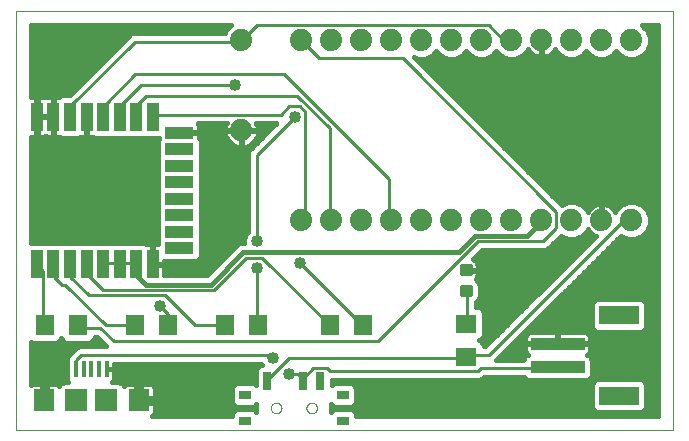
<source format=gtl>
G75*
%MOIN*%
%OFA0B0*%
%FSLAX25Y25*%
%IPPOS*%
%LPD*%
%AMOC8*
5,1,8,0,0,1.08239X$1,22.5*
%
%ADD10C,0.00000*%
%ADD11R,0.03937X0.09646*%
%ADD12R,0.09646X0.03937*%
%ADD13C,0.07400*%
%ADD14R,0.18110X0.03937*%
%ADD15R,0.13386X0.06299*%
%ADD16R,0.03937X0.03150*%
%ADD17R,0.02756X0.05906*%
%ADD18C,0.01181*%
%ADD19R,0.06299X0.07087*%
%ADD20R,0.07087X0.06299*%
%ADD21R,0.01378X0.05512*%
%ADD22R,0.07087X0.07480*%
%ADD23R,0.07480X0.07480*%
%ADD24C,0.01000*%
%ADD25C,0.04000*%
%ADD26C,0.01600*%
%ADD27C,0.03962*%
%ADD28C,0.09449*%
D10*
X0038244Y0008217D02*
X0038244Y0148177D01*
X0256945Y0148177D01*
X0256945Y0008217D01*
X0038244Y0008217D01*
X0123067Y0015717D02*
X0123069Y0015801D01*
X0123075Y0015884D01*
X0123085Y0015967D01*
X0123099Y0016050D01*
X0123116Y0016132D01*
X0123138Y0016213D01*
X0123163Y0016292D01*
X0123192Y0016371D01*
X0123225Y0016448D01*
X0123261Y0016523D01*
X0123301Y0016597D01*
X0123344Y0016669D01*
X0123391Y0016738D01*
X0123441Y0016805D01*
X0123494Y0016870D01*
X0123550Y0016932D01*
X0123608Y0016992D01*
X0123670Y0017049D01*
X0123734Y0017102D01*
X0123801Y0017153D01*
X0123870Y0017200D01*
X0123941Y0017245D01*
X0124014Y0017285D01*
X0124089Y0017322D01*
X0124166Y0017356D01*
X0124244Y0017386D01*
X0124323Y0017412D01*
X0124404Y0017435D01*
X0124486Y0017453D01*
X0124568Y0017468D01*
X0124651Y0017479D01*
X0124734Y0017486D01*
X0124818Y0017489D01*
X0124902Y0017488D01*
X0124985Y0017483D01*
X0125069Y0017474D01*
X0125151Y0017461D01*
X0125233Y0017445D01*
X0125314Y0017424D01*
X0125395Y0017400D01*
X0125473Y0017372D01*
X0125551Y0017340D01*
X0125627Y0017304D01*
X0125701Y0017265D01*
X0125773Y0017223D01*
X0125843Y0017177D01*
X0125911Y0017128D01*
X0125976Y0017076D01*
X0126039Y0017021D01*
X0126099Y0016963D01*
X0126157Y0016902D01*
X0126211Y0016838D01*
X0126263Y0016772D01*
X0126311Y0016704D01*
X0126356Y0016633D01*
X0126397Y0016560D01*
X0126436Y0016486D01*
X0126470Y0016410D01*
X0126501Y0016332D01*
X0126528Y0016253D01*
X0126552Y0016172D01*
X0126571Y0016091D01*
X0126587Y0016009D01*
X0126599Y0015926D01*
X0126607Y0015842D01*
X0126611Y0015759D01*
X0126611Y0015675D01*
X0126607Y0015592D01*
X0126599Y0015508D01*
X0126587Y0015425D01*
X0126571Y0015343D01*
X0126552Y0015262D01*
X0126528Y0015181D01*
X0126501Y0015102D01*
X0126470Y0015024D01*
X0126436Y0014948D01*
X0126397Y0014874D01*
X0126356Y0014801D01*
X0126311Y0014730D01*
X0126263Y0014662D01*
X0126211Y0014596D01*
X0126157Y0014532D01*
X0126099Y0014471D01*
X0126039Y0014413D01*
X0125976Y0014358D01*
X0125911Y0014306D01*
X0125843Y0014257D01*
X0125773Y0014211D01*
X0125701Y0014169D01*
X0125627Y0014130D01*
X0125551Y0014094D01*
X0125473Y0014062D01*
X0125395Y0014034D01*
X0125314Y0014010D01*
X0125233Y0013989D01*
X0125151Y0013973D01*
X0125069Y0013960D01*
X0124985Y0013951D01*
X0124902Y0013946D01*
X0124818Y0013945D01*
X0124734Y0013948D01*
X0124651Y0013955D01*
X0124568Y0013966D01*
X0124486Y0013981D01*
X0124404Y0013999D01*
X0124323Y0014022D01*
X0124244Y0014048D01*
X0124166Y0014078D01*
X0124089Y0014112D01*
X0124014Y0014149D01*
X0123941Y0014189D01*
X0123870Y0014234D01*
X0123801Y0014281D01*
X0123734Y0014332D01*
X0123670Y0014385D01*
X0123608Y0014442D01*
X0123550Y0014502D01*
X0123494Y0014564D01*
X0123441Y0014629D01*
X0123391Y0014696D01*
X0123344Y0014765D01*
X0123301Y0014837D01*
X0123261Y0014911D01*
X0123225Y0014986D01*
X0123192Y0015063D01*
X0123163Y0015142D01*
X0123138Y0015221D01*
X0123116Y0015302D01*
X0123099Y0015384D01*
X0123085Y0015467D01*
X0123075Y0015550D01*
X0123069Y0015633D01*
X0123067Y0015717D01*
X0134878Y0015717D02*
X0134880Y0015801D01*
X0134886Y0015884D01*
X0134896Y0015967D01*
X0134910Y0016050D01*
X0134927Y0016132D01*
X0134949Y0016213D01*
X0134974Y0016292D01*
X0135003Y0016371D01*
X0135036Y0016448D01*
X0135072Y0016523D01*
X0135112Y0016597D01*
X0135155Y0016669D01*
X0135202Y0016738D01*
X0135252Y0016805D01*
X0135305Y0016870D01*
X0135361Y0016932D01*
X0135419Y0016992D01*
X0135481Y0017049D01*
X0135545Y0017102D01*
X0135612Y0017153D01*
X0135681Y0017200D01*
X0135752Y0017245D01*
X0135825Y0017285D01*
X0135900Y0017322D01*
X0135977Y0017356D01*
X0136055Y0017386D01*
X0136134Y0017412D01*
X0136215Y0017435D01*
X0136297Y0017453D01*
X0136379Y0017468D01*
X0136462Y0017479D01*
X0136545Y0017486D01*
X0136629Y0017489D01*
X0136713Y0017488D01*
X0136796Y0017483D01*
X0136880Y0017474D01*
X0136962Y0017461D01*
X0137044Y0017445D01*
X0137125Y0017424D01*
X0137206Y0017400D01*
X0137284Y0017372D01*
X0137362Y0017340D01*
X0137438Y0017304D01*
X0137512Y0017265D01*
X0137584Y0017223D01*
X0137654Y0017177D01*
X0137722Y0017128D01*
X0137787Y0017076D01*
X0137850Y0017021D01*
X0137910Y0016963D01*
X0137968Y0016902D01*
X0138022Y0016838D01*
X0138074Y0016772D01*
X0138122Y0016704D01*
X0138167Y0016633D01*
X0138208Y0016560D01*
X0138247Y0016486D01*
X0138281Y0016410D01*
X0138312Y0016332D01*
X0138339Y0016253D01*
X0138363Y0016172D01*
X0138382Y0016091D01*
X0138398Y0016009D01*
X0138410Y0015926D01*
X0138418Y0015842D01*
X0138422Y0015759D01*
X0138422Y0015675D01*
X0138418Y0015592D01*
X0138410Y0015508D01*
X0138398Y0015425D01*
X0138382Y0015343D01*
X0138363Y0015262D01*
X0138339Y0015181D01*
X0138312Y0015102D01*
X0138281Y0015024D01*
X0138247Y0014948D01*
X0138208Y0014874D01*
X0138167Y0014801D01*
X0138122Y0014730D01*
X0138074Y0014662D01*
X0138022Y0014596D01*
X0137968Y0014532D01*
X0137910Y0014471D01*
X0137850Y0014413D01*
X0137787Y0014358D01*
X0137722Y0014306D01*
X0137654Y0014257D01*
X0137584Y0014211D01*
X0137512Y0014169D01*
X0137438Y0014130D01*
X0137362Y0014094D01*
X0137284Y0014062D01*
X0137206Y0014034D01*
X0137125Y0014010D01*
X0137044Y0013989D01*
X0136962Y0013973D01*
X0136880Y0013960D01*
X0136796Y0013951D01*
X0136713Y0013946D01*
X0136629Y0013945D01*
X0136545Y0013948D01*
X0136462Y0013955D01*
X0136379Y0013966D01*
X0136297Y0013981D01*
X0136215Y0013999D01*
X0136134Y0014022D01*
X0136055Y0014048D01*
X0135977Y0014078D01*
X0135900Y0014112D01*
X0135825Y0014149D01*
X0135752Y0014189D01*
X0135681Y0014234D01*
X0135612Y0014281D01*
X0135545Y0014332D01*
X0135481Y0014385D01*
X0135419Y0014442D01*
X0135361Y0014502D01*
X0135305Y0014564D01*
X0135252Y0014629D01*
X0135202Y0014696D01*
X0135155Y0014765D01*
X0135112Y0014837D01*
X0135072Y0014911D01*
X0135036Y0014986D01*
X0135003Y0015063D01*
X0134974Y0015142D01*
X0134949Y0015221D01*
X0134927Y0015302D01*
X0134910Y0015384D01*
X0134896Y0015467D01*
X0134886Y0015550D01*
X0134880Y0015633D01*
X0134878Y0015717D01*
D11*
X0083677Y0063610D03*
X0078165Y0063610D03*
X0072654Y0063610D03*
X0067142Y0063610D03*
X0061630Y0063610D03*
X0056118Y0063610D03*
X0050606Y0063610D03*
X0045094Y0063610D03*
X0045094Y0112823D03*
X0050606Y0112823D03*
X0056118Y0112823D03*
X0061630Y0112823D03*
X0067142Y0112823D03*
X0072654Y0112823D03*
X0078165Y0112823D03*
X0083677Y0112823D03*
D12*
X0092535Y0107508D03*
X0092535Y0101996D03*
X0092535Y0096484D03*
X0092535Y0090972D03*
X0092535Y0085461D03*
X0092535Y0079949D03*
X0092535Y0074437D03*
X0092535Y0068925D03*
D13*
X0133244Y0078217D03*
X0143244Y0078217D03*
X0153244Y0078217D03*
X0163244Y0078217D03*
X0173244Y0078217D03*
X0183244Y0078217D03*
X0193244Y0078217D03*
X0203244Y0078217D03*
X0213244Y0078217D03*
X0223244Y0078217D03*
X0233244Y0078217D03*
X0243244Y0078217D03*
X0243244Y0138217D03*
X0233244Y0138217D03*
X0223244Y0138217D03*
X0213244Y0138217D03*
X0203244Y0138217D03*
X0193244Y0138217D03*
X0183244Y0138217D03*
X0173244Y0138217D03*
X0163244Y0138217D03*
X0153244Y0138217D03*
X0143244Y0138217D03*
X0133244Y0138217D03*
X0113244Y0138217D03*
X0113244Y0108217D03*
D14*
X0218677Y0037154D03*
X0218677Y0029280D03*
D15*
X0239150Y0019831D03*
X0239150Y0046602D03*
D16*
X0147083Y0020047D03*
X0147083Y0011386D03*
X0114406Y0011386D03*
X0114406Y0020047D03*
D17*
X0121886Y0024575D03*
X0133697Y0024575D03*
X0139602Y0024575D03*
D18*
X0186866Y0053386D02*
X0189622Y0053386D01*
X0186866Y0053386D02*
X0186866Y0056142D01*
X0189622Y0056142D01*
X0189622Y0053386D01*
X0189622Y0054566D02*
X0186866Y0054566D01*
X0186866Y0055746D02*
X0189622Y0055746D01*
X0189622Y0060291D02*
X0186866Y0060291D01*
X0186866Y0063047D01*
X0189622Y0063047D01*
X0189622Y0060291D01*
X0189622Y0061471D02*
X0186866Y0061471D01*
X0186866Y0062651D02*
X0189622Y0062651D01*
D19*
X0153756Y0043217D03*
X0142732Y0043217D03*
X0118756Y0043217D03*
X0107732Y0043217D03*
X0088756Y0043217D03*
X0077732Y0043217D03*
X0058756Y0043217D03*
X0047732Y0043217D03*
D20*
X0188244Y0043728D03*
X0188244Y0032705D03*
D21*
X0068362Y0028650D03*
X0065803Y0028650D03*
X0063244Y0028650D03*
X0060685Y0028650D03*
X0058126Y0028650D03*
D22*
X0047496Y0018217D03*
X0078992Y0018217D03*
D23*
X0068244Y0018217D03*
X0058244Y0018217D03*
D24*
X0058126Y0028650D02*
X0058044Y0028917D01*
X0058044Y0031617D01*
X0059844Y0033417D01*
X0122844Y0033417D01*
X0123744Y0032517D01*
X0129144Y0032517D02*
X0187644Y0032517D01*
X0188244Y0032705D01*
X0188544Y0033417D01*
X0195744Y0033417D01*
X0239844Y0077517D01*
X0242544Y0077517D01*
X0243244Y0078217D01*
X0218244Y0075717D02*
X0218244Y0081117D01*
X0166944Y0132417D01*
X0139044Y0132417D01*
X0133244Y0138217D01*
X0118344Y0143217D02*
X0113844Y0138717D01*
X0113244Y0138217D01*
X0112944Y0137817D01*
X0077844Y0137817D01*
X0056244Y0116217D01*
X0056244Y0113517D01*
X0056118Y0112823D01*
X0067142Y0112823D02*
X0067944Y0113517D01*
X0067944Y0117117D01*
X0077844Y0127017D01*
X0127344Y0127017D01*
X0162444Y0091917D01*
X0162444Y0078417D01*
X0163244Y0078217D01*
X0143244Y0078217D02*
X0142644Y0078417D01*
X0142644Y0109017D01*
X0131844Y0119817D01*
X0081444Y0119817D01*
X0078744Y0117117D01*
X0078744Y0113517D01*
X0078165Y0112823D01*
X0073344Y0113517D02*
X0072654Y0112823D01*
X0073344Y0113517D02*
X0073344Y0117117D01*
X0079644Y0123417D01*
X0111144Y0123417D01*
X0126444Y0113517D02*
X0129144Y0116217D01*
X0132744Y0116217D01*
X0134544Y0114417D01*
X0134544Y0079317D01*
X0133644Y0078417D01*
X0133244Y0078217D01*
X0118344Y0071217D02*
X0118344Y0100017D01*
X0130944Y0112617D01*
X0126444Y0113517D02*
X0084144Y0113517D01*
X0083677Y0112823D01*
X0118344Y0143217D02*
X0195744Y0143217D01*
X0200244Y0138717D01*
X0202944Y0138717D01*
X0203244Y0138217D01*
X0213244Y0078217D02*
X0212844Y0077517D01*
X0218244Y0075717D02*
X0213744Y0071217D01*
X0192144Y0071217D01*
X0158844Y0037917D01*
X0070644Y0037917D01*
X0066144Y0042417D01*
X0058944Y0042417D01*
X0058756Y0043217D01*
X0067944Y0043317D02*
X0054444Y0056817D01*
X0053544Y0056817D01*
X0050844Y0059517D01*
X0050844Y0063117D01*
X0050606Y0063610D01*
X0047244Y0061317D02*
X0045444Y0063117D01*
X0045094Y0063610D01*
X0047244Y0061317D02*
X0047244Y0043317D01*
X0047732Y0043217D01*
X0062544Y0053217D02*
X0056244Y0059517D01*
X0056244Y0063117D01*
X0056118Y0063610D01*
X0061630Y0063610D02*
X0061644Y0063117D01*
X0061644Y0060417D01*
X0067044Y0055017D01*
X0103944Y0055017D01*
X0114744Y0065817D01*
X0120144Y0065817D01*
X0142644Y0043317D01*
X0142732Y0043217D01*
X0153444Y0043317D02*
X0153756Y0043217D01*
X0153444Y0043317D02*
X0132744Y0064017D01*
X0118344Y0062217D02*
X0118344Y0043317D01*
X0118756Y0043217D01*
X0107732Y0043217D02*
X0107544Y0043317D01*
X0097644Y0043317D01*
X0087744Y0053217D01*
X0062544Y0053217D01*
X0067142Y0063610D02*
X0067944Y0064017D01*
X0072444Y0064017D01*
X0072654Y0063610D01*
X0073344Y0064017D01*
X0077844Y0064017D01*
X0078165Y0063610D01*
X0078744Y0063117D01*
X0078744Y0059517D01*
X0085944Y0049617D02*
X0088644Y0046917D01*
X0088644Y0043317D01*
X0088756Y0043217D01*
X0077732Y0043217D02*
X0076944Y0043317D01*
X0067944Y0043317D01*
X0121944Y0025317D02*
X0121886Y0024575D01*
X0121944Y0025317D02*
X0129144Y0032517D01*
X0129144Y0027117D02*
X0131844Y0027117D01*
X0133644Y0025317D01*
X0133697Y0024575D01*
X0133644Y0025317D02*
X0137244Y0028917D01*
X0141744Y0028917D01*
X0142644Y0028017D01*
X0192144Y0028017D01*
X0193044Y0028917D01*
X0218244Y0028917D01*
X0218677Y0029280D01*
X0188544Y0044217D02*
X0188244Y0043728D01*
X0188544Y0044217D02*
X0188544Y0054117D01*
X0188244Y0054764D01*
D25*
X0132744Y0064017D03*
X0118344Y0062217D03*
X0118344Y0071217D03*
X0085944Y0049617D03*
X0123744Y0032517D03*
X0129144Y0027117D03*
X0130944Y0112617D03*
X0111144Y0123417D03*
D26*
X0108294Y0110617D02*
X0098764Y0110617D01*
X0098799Y0110582D01*
X0099036Y0110171D01*
X0099158Y0109713D01*
X0099158Y0107692D01*
X0092720Y0107692D01*
X0092720Y0107324D01*
X0107817Y0107324D01*
X0107880Y0106929D02*
X0108147Y0106105D01*
X0108540Y0105334D01*
X0109049Y0104634D01*
X0109661Y0104021D01*
X0110361Y0103513D01*
X0111133Y0103119D01*
X0111956Y0102852D01*
X0112811Y0102717D01*
X0113158Y0102717D01*
X0113158Y0108131D01*
X0107744Y0108131D01*
X0107744Y0107784D01*
X0107880Y0106929D01*
X0108340Y0105726D02*
X0099158Y0105726D01*
X0099158Y0105559D02*
X0099158Y0107324D01*
X0092720Y0107324D01*
X0085913Y0105600D02*
X0085913Y0105559D01*
X0085678Y0105324D01*
X0085313Y0104442D01*
X0085313Y0099550D01*
X0085441Y0099240D01*
X0085313Y0098930D01*
X0085313Y0094038D01*
X0085441Y0093728D01*
X0085313Y0093418D01*
X0085313Y0088527D01*
X0085441Y0088217D01*
X0085313Y0087907D01*
X0085313Y0083015D01*
X0085441Y0082705D01*
X0085313Y0082395D01*
X0085313Y0077503D01*
X0085441Y0077193D01*
X0085313Y0076883D01*
X0085313Y0071991D01*
X0085441Y0071681D01*
X0085313Y0071371D01*
X0085313Y0070233D01*
X0083861Y0070233D01*
X0083861Y0063795D01*
X0083493Y0063795D01*
X0083493Y0070233D01*
X0081728Y0070233D01*
X0081493Y0070468D01*
X0080611Y0070833D01*
X0075719Y0070833D01*
X0075409Y0070705D01*
X0075099Y0070833D01*
X0070208Y0070833D01*
X0069898Y0070705D01*
X0069588Y0070833D01*
X0064696Y0070833D01*
X0064386Y0070705D01*
X0064076Y0070833D01*
X0059184Y0070833D01*
X0058874Y0070705D01*
X0058564Y0070833D01*
X0053672Y0070833D01*
X0053362Y0070705D01*
X0053052Y0070833D01*
X0048160Y0070833D01*
X0047850Y0070705D01*
X0047540Y0070833D01*
X0043044Y0070833D01*
X0043044Y0106200D01*
X0044910Y0106200D01*
X0044910Y0112638D01*
X0045279Y0112638D01*
X0045279Y0106200D01*
X0047300Y0106200D01*
X0047758Y0106323D01*
X0047850Y0106376D01*
X0047943Y0106323D01*
X0048401Y0106200D01*
X0050422Y0106200D01*
X0050422Y0112638D01*
X0050791Y0112638D01*
X0050791Y0106200D01*
X0052555Y0106200D01*
X0052790Y0105965D01*
X0053672Y0105600D01*
X0058564Y0105600D01*
X0059446Y0105965D01*
X0059681Y0106200D01*
X0061446Y0106200D01*
X0061446Y0112638D01*
X0061814Y0112638D01*
X0061814Y0106200D01*
X0063579Y0106200D01*
X0063814Y0105965D01*
X0064696Y0105600D01*
X0069588Y0105600D01*
X0069898Y0105728D01*
X0070208Y0105600D01*
X0075099Y0105600D01*
X0075409Y0105728D01*
X0075719Y0105600D01*
X0080611Y0105600D01*
X0080921Y0105728D01*
X0081231Y0105600D01*
X0085913Y0105600D01*
X0085313Y0104127D02*
X0043044Y0104127D01*
X0043044Y0102529D02*
X0085313Y0102529D01*
X0085313Y0100930D02*
X0043044Y0100930D01*
X0043044Y0099332D02*
X0085403Y0099332D01*
X0085313Y0097733D02*
X0043044Y0097733D01*
X0043044Y0096135D02*
X0085313Y0096135D01*
X0085313Y0094536D02*
X0043044Y0094536D01*
X0043044Y0092938D02*
X0085313Y0092938D01*
X0085313Y0091339D02*
X0043044Y0091339D01*
X0043044Y0089741D02*
X0085313Y0089741D01*
X0085410Y0088142D02*
X0043044Y0088142D01*
X0043044Y0086544D02*
X0085313Y0086544D01*
X0085313Y0084945D02*
X0043044Y0084945D01*
X0043044Y0083347D02*
X0085313Y0083347D01*
X0085313Y0081748D02*
X0043044Y0081748D01*
X0043044Y0080150D02*
X0085313Y0080150D01*
X0085313Y0078551D02*
X0043044Y0078551D01*
X0043044Y0076953D02*
X0085341Y0076953D01*
X0085313Y0075354D02*
X0043044Y0075354D01*
X0043044Y0073755D02*
X0085313Y0073755D01*
X0085313Y0072157D02*
X0043044Y0072157D01*
X0078744Y0059517D02*
X0081444Y0056817D01*
X0103044Y0056817D01*
X0113844Y0067617D01*
X0185844Y0067617D01*
X0191244Y0073017D01*
X0208344Y0073017D01*
X0212844Y0077517D01*
X0218786Y0072157D02*
X0221933Y0072157D01*
X0222031Y0072117D02*
X0224457Y0072117D01*
X0226699Y0073045D01*
X0228415Y0074761D01*
X0228612Y0075235D01*
X0229049Y0074634D01*
X0229661Y0074021D01*
X0230361Y0073513D01*
X0231133Y0073119D01*
X0231294Y0073067D01*
X0194543Y0036317D01*
X0194187Y0036317D01*
X0194187Y0036332D01*
X0193822Y0037214D01*
X0193147Y0037889D01*
X0192356Y0038217D01*
X0193147Y0038544D01*
X0193822Y0039219D01*
X0194187Y0040101D01*
X0194187Y0047355D01*
X0193822Y0048237D01*
X0193147Y0048913D01*
X0192265Y0049278D01*
X0191444Y0049278D01*
X0191444Y0050979D01*
X0192157Y0051692D01*
X0192613Y0052791D01*
X0192613Y0056737D01*
X0192157Y0057836D01*
X0191352Y0058641D01*
X0191479Y0058767D01*
X0191741Y0059159D01*
X0191921Y0059594D01*
X0192013Y0060056D01*
X0192013Y0061485D01*
X0188428Y0061485D01*
X0188428Y0061854D01*
X0192013Y0061854D01*
X0192013Y0063283D01*
X0191921Y0063745D01*
X0191741Y0064180D01*
X0191479Y0064571D01*
X0191146Y0064904D01*
X0190754Y0065166D01*
X0190358Y0065330D01*
X0193345Y0068317D01*
X0214321Y0068317D01*
X0215387Y0068758D01*
X0219731Y0073103D01*
X0219789Y0073045D01*
X0222031Y0072117D01*
X0224555Y0072157D02*
X0230383Y0072157D01*
X0230027Y0073755D02*
X0227410Y0073755D01*
X0228785Y0070558D02*
X0217187Y0070558D01*
X0215589Y0068960D02*
X0227186Y0068960D01*
X0225588Y0067361D02*
X0192390Y0067361D01*
X0190792Y0065763D02*
X0223989Y0065763D01*
X0222391Y0064164D02*
X0191747Y0064164D01*
X0192013Y0062566D02*
X0220792Y0062566D01*
X0219194Y0060967D02*
X0192013Y0060967D01*
X0191827Y0059369D02*
X0217595Y0059369D01*
X0215997Y0057770D02*
X0192184Y0057770D01*
X0192613Y0056172D02*
X0214398Y0056172D01*
X0212800Y0054573D02*
X0192613Y0054573D01*
X0192613Y0052975D02*
X0211201Y0052975D01*
X0209603Y0051376D02*
X0191842Y0051376D01*
X0191444Y0049778D02*
X0208004Y0049778D01*
X0206406Y0048179D02*
X0193846Y0048179D01*
X0194187Y0046581D02*
X0204807Y0046581D01*
X0203209Y0044982D02*
X0194187Y0044982D01*
X0194187Y0043384D02*
X0201610Y0043384D01*
X0200012Y0041785D02*
X0194187Y0041785D01*
X0194187Y0040187D02*
X0198413Y0040187D01*
X0196815Y0038588D02*
X0193191Y0038588D01*
X0193915Y0036990D02*
X0195216Y0036990D01*
X0200221Y0033793D02*
X0208469Y0033793D01*
X0208517Y0033745D02*
X0208877Y0033537D01*
X0208263Y0033283D01*
X0207587Y0032608D01*
X0207260Y0031817D01*
X0198245Y0031817D01*
X0239631Y0073203D01*
X0239789Y0073045D01*
X0242031Y0072117D01*
X0244457Y0072117D01*
X0246699Y0073045D01*
X0248415Y0074761D01*
X0249344Y0077003D01*
X0249344Y0079430D01*
X0248415Y0081672D01*
X0246699Y0083388D01*
X0244457Y0084317D01*
X0242031Y0084317D01*
X0239789Y0083388D01*
X0238073Y0081672D01*
X0237876Y0081198D01*
X0237439Y0081800D01*
X0236827Y0082412D01*
X0236127Y0082921D01*
X0235355Y0083314D01*
X0234532Y0083581D01*
X0233677Y0083717D01*
X0233444Y0083717D01*
X0233444Y0078417D01*
X0233044Y0078417D01*
X0233044Y0083717D01*
X0232811Y0083717D01*
X0231956Y0083581D01*
X0231133Y0083314D01*
X0230361Y0082921D01*
X0229661Y0082412D01*
X0229049Y0081800D01*
X0228612Y0081198D01*
X0228415Y0081672D01*
X0226699Y0083388D01*
X0224457Y0084317D01*
X0222031Y0084317D01*
X0219990Y0083471D01*
X0170861Y0132601D01*
X0172031Y0132117D01*
X0174457Y0132117D01*
X0176699Y0133045D01*
X0178244Y0134590D01*
X0179789Y0133045D01*
X0182031Y0132117D01*
X0184457Y0132117D01*
X0186699Y0133045D01*
X0188244Y0134590D01*
X0189789Y0133045D01*
X0192031Y0132117D01*
X0194457Y0132117D01*
X0196699Y0133045D01*
X0198244Y0134590D01*
X0199789Y0133045D01*
X0202031Y0132117D01*
X0204457Y0132117D01*
X0206699Y0133045D01*
X0208415Y0134761D01*
X0208612Y0135235D01*
X0209049Y0134634D01*
X0209661Y0134021D01*
X0210361Y0133513D01*
X0211133Y0133119D01*
X0211956Y0132852D01*
X0212811Y0132717D01*
X0213044Y0132717D01*
X0213044Y0138016D01*
X0213444Y0138016D01*
X0213444Y0132717D01*
X0213677Y0132717D01*
X0214532Y0132852D01*
X0215355Y0133119D01*
X0216127Y0133513D01*
X0216827Y0134021D01*
X0217439Y0134634D01*
X0217876Y0135235D01*
X0218073Y0134761D01*
X0219789Y0133045D01*
X0222031Y0132117D01*
X0224457Y0132117D01*
X0226699Y0133045D01*
X0228244Y0134590D01*
X0229789Y0133045D01*
X0232031Y0132117D01*
X0234457Y0132117D01*
X0236699Y0133045D01*
X0238244Y0134590D01*
X0239789Y0133045D01*
X0242031Y0132117D01*
X0244457Y0132117D01*
X0246699Y0133045D01*
X0248415Y0134761D01*
X0249344Y0137003D01*
X0249344Y0139430D01*
X0248415Y0141672D01*
X0246710Y0143377D01*
X0252145Y0143377D01*
X0252145Y0013017D01*
X0151451Y0013017D01*
X0151451Y0013438D01*
X0151086Y0014320D01*
X0150411Y0014995D01*
X0149529Y0015361D01*
X0144637Y0015361D01*
X0143755Y0014995D01*
X0143221Y0014462D01*
X0143221Y0016971D01*
X0143755Y0016438D01*
X0144637Y0016072D01*
X0149529Y0016072D01*
X0150411Y0016438D01*
X0151086Y0017113D01*
X0151451Y0017995D01*
X0151451Y0022099D01*
X0151086Y0022982D01*
X0150411Y0023657D01*
X0149529Y0024022D01*
X0144637Y0024022D01*
X0143755Y0023657D01*
X0143380Y0023282D01*
X0143380Y0025117D01*
X0192721Y0025117D01*
X0193787Y0025558D01*
X0194245Y0026017D01*
X0207561Y0026017D01*
X0207587Y0025952D01*
X0208263Y0025276D01*
X0209145Y0024911D01*
X0228210Y0024911D01*
X0229092Y0025276D01*
X0229767Y0025952D01*
X0230132Y0026834D01*
X0230132Y0031725D01*
X0229767Y0032608D01*
X0229092Y0033283D01*
X0228478Y0033537D01*
X0228837Y0033745D01*
X0229173Y0034080D01*
X0229410Y0034490D01*
X0229532Y0034948D01*
X0229532Y0036969D01*
X0218861Y0036969D01*
X0218861Y0037338D01*
X0218493Y0037338D01*
X0218493Y0040922D01*
X0209385Y0040922D01*
X0208927Y0040799D01*
X0208517Y0040562D01*
X0208182Y0040227D01*
X0207945Y0039817D01*
X0207822Y0039359D01*
X0207822Y0037338D01*
X0218493Y0037338D01*
X0218493Y0036969D01*
X0207822Y0036969D01*
X0207822Y0034948D01*
X0207945Y0034490D01*
X0208182Y0034080D01*
X0208517Y0033745D01*
X0207822Y0035391D02*
X0201820Y0035391D01*
X0203419Y0036990D02*
X0218493Y0036990D01*
X0218861Y0036990D02*
X0252145Y0036990D01*
X0252145Y0038588D02*
X0229532Y0038588D01*
X0229532Y0039359D02*
X0229532Y0037338D01*
X0218861Y0037338D01*
X0218861Y0040922D01*
X0227969Y0040922D01*
X0228427Y0040799D01*
X0228837Y0040562D01*
X0229173Y0040227D01*
X0229410Y0039817D01*
X0229532Y0039359D01*
X0229196Y0040187D02*
X0252145Y0040187D01*
X0252145Y0041785D02*
X0247569Y0041785D01*
X0247877Y0042093D02*
X0247202Y0041418D01*
X0246320Y0041053D01*
X0231979Y0041053D01*
X0231097Y0041418D01*
X0230422Y0042093D01*
X0230057Y0042975D01*
X0230057Y0050229D01*
X0230422Y0051111D01*
X0231097Y0051787D01*
X0231979Y0052152D01*
X0246320Y0052152D01*
X0247202Y0051787D01*
X0247877Y0051111D01*
X0248243Y0050229D01*
X0248243Y0042975D01*
X0247877Y0042093D01*
X0248243Y0043384D02*
X0252145Y0043384D01*
X0252145Y0044982D02*
X0248243Y0044982D01*
X0248243Y0046581D02*
X0252145Y0046581D01*
X0252145Y0048179D02*
X0248243Y0048179D01*
X0248243Y0049778D02*
X0252145Y0049778D01*
X0252145Y0051376D02*
X0247612Y0051376D01*
X0252145Y0052975D02*
X0219404Y0052975D01*
X0221002Y0054573D02*
X0252145Y0054573D01*
X0252145Y0056172D02*
X0222601Y0056172D01*
X0224199Y0057770D02*
X0252145Y0057770D01*
X0252145Y0059369D02*
X0225798Y0059369D01*
X0227396Y0060967D02*
X0252145Y0060967D01*
X0252145Y0062566D02*
X0228995Y0062566D01*
X0230593Y0064164D02*
X0252145Y0064164D01*
X0252145Y0065763D02*
X0232192Y0065763D01*
X0233790Y0067361D02*
X0252145Y0067361D01*
X0252145Y0068960D02*
X0235389Y0068960D01*
X0236987Y0070558D02*
X0252145Y0070558D01*
X0252145Y0072157D02*
X0244555Y0072157D01*
X0241933Y0072157D02*
X0238586Y0072157D01*
X0233444Y0078551D02*
X0233044Y0078551D01*
X0233044Y0080150D02*
X0233444Y0080150D01*
X0233444Y0081748D02*
X0233044Y0081748D01*
X0233044Y0083347D02*
X0233444Y0083347D01*
X0235254Y0083347D02*
X0239747Y0083347D01*
X0238149Y0081748D02*
X0237477Y0081748D01*
X0231234Y0083347D02*
X0226741Y0083347D01*
X0228339Y0081748D02*
X0229012Y0081748D01*
X0218517Y0084945D02*
X0252145Y0084945D01*
X0252145Y0083347D02*
X0246741Y0083347D01*
X0248339Y0081748D02*
X0252145Y0081748D01*
X0252145Y0080150D02*
X0249046Y0080150D01*
X0249344Y0078551D02*
X0252145Y0078551D01*
X0252145Y0076953D02*
X0249323Y0076953D01*
X0248661Y0075354D02*
X0252145Y0075354D01*
X0252145Y0073755D02*
X0247410Y0073755D01*
X0252145Y0086544D02*
X0216918Y0086544D01*
X0215320Y0088142D02*
X0252145Y0088142D01*
X0252145Y0089741D02*
X0213721Y0089741D01*
X0212123Y0091339D02*
X0252145Y0091339D01*
X0252145Y0092938D02*
X0210524Y0092938D01*
X0208926Y0094536D02*
X0252145Y0094536D01*
X0252145Y0096135D02*
X0207327Y0096135D01*
X0205729Y0097733D02*
X0252145Y0097733D01*
X0252145Y0099332D02*
X0204130Y0099332D01*
X0202532Y0100930D02*
X0252145Y0100930D01*
X0252145Y0102529D02*
X0200933Y0102529D01*
X0199335Y0104127D02*
X0252145Y0104127D01*
X0252145Y0105726D02*
X0197736Y0105726D01*
X0196138Y0107324D02*
X0252145Y0107324D01*
X0252145Y0108923D02*
X0194539Y0108923D01*
X0192941Y0110521D02*
X0252145Y0110521D01*
X0252145Y0112120D02*
X0191342Y0112120D01*
X0189744Y0113718D02*
X0252145Y0113718D01*
X0252145Y0115317D02*
X0188145Y0115317D01*
X0186547Y0116915D02*
X0252145Y0116915D01*
X0252145Y0118514D02*
X0184948Y0118514D01*
X0183350Y0120112D02*
X0252145Y0120112D01*
X0252145Y0121711D02*
X0181751Y0121711D01*
X0180152Y0123309D02*
X0252145Y0123309D01*
X0252145Y0124908D02*
X0178554Y0124908D01*
X0176955Y0126506D02*
X0252145Y0126506D01*
X0252145Y0128105D02*
X0175357Y0128105D01*
X0173758Y0129703D02*
X0252145Y0129703D01*
X0252145Y0131302D02*
X0172160Y0131302D01*
X0176350Y0132900D02*
X0180138Y0132900D01*
X0178335Y0134499D02*
X0178153Y0134499D01*
X0186350Y0132900D02*
X0190138Y0132900D01*
X0188335Y0134499D02*
X0188153Y0134499D01*
X0196350Y0132900D02*
X0200138Y0132900D01*
X0198335Y0134499D02*
X0198153Y0134499D01*
X0206350Y0132900D02*
X0211807Y0132900D01*
X0213044Y0132900D02*
X0213444Y0132900D01*
X0214681Y0132900D02*
X0220138Y0132900D01*
X0218335Y0134499D02*
X0217305Y0134499D01*
X0213444Y0134499D02*
X0213044Y0134499D01*
X0213044Y0136097D02*
X0213444Y0136097D01*
X0213444Y0137696D02*
X0213044Y0137696D01*
X0209184Y0134499D02*
X0208153Y0134499D01*
X0226350Y0132900D02*
X0230138Y0132900D01*
X0228335Y0134499D02*
X0228153Y0134499D01*
X0236350Y0132900D02*
X0240138Y0132900D01*
X0238335Y0134499D02*
X0238153Y0134499D01*
X0246350Y0132900D02*
X0252145Y0132900D01*
X0252145Y0134499D02*
X0248153Y0134499D01*
X0248969Y0136097D02*
X0252145Y0136097D01*
X0252145Y0137696D02*
X0249344Y0137696D01*
X0249344Y0139294D02*
X0252145Y0139294D01*
X0252145Y0140893D02*
X0248738Y0140893D01*
X0247596Y0142491D02*
X0252145Y0142491D01*
X0124843Y0110617D02*
X0115886Y0101659D01*
X0115444Y0100593D01*
X0115444Y0074539D01*
X0114614Y0073709D01*
X0113944Y0072092D01*
X0113944Y0070817D01*
X0113208Y0070817D01*
X0112031Y0070329D01*
X0111131Y0069429D01*
X0101719Y0060017D01*
X0087446Y0060017D01*
X0087446Y0063426D01*
X0083861Y0063426D01*
X0083861Y0063794D01*
X0087446Y0063794D01*
X0087446Y0064557D01*
X0097836Y0064557D01*
X0098718Y0064922D01*
X0099393Y0065597D01*
X0099758Y0066479D01*
X0099758Y0071371D01*
X0099630Y0071681D01*
X0099758Y0071991D01*
X0099758Y0076883D01*
X0099630Y0077193D01*
X0099758Y0077503D01*
X0099758Y0082395D01*
X0099630Y0082705D01*
X0099758Y0083015D01*
X0099758Y0087907D01*
X0099630Y0088217D01*
X0099758Y0088527D01*
X0099758Y0093418D01*
X0099630Y0093728D01*
X0099758Y0094038D01*
X0099758Y0098930D01*
X0099630Y0099240D01*
X0099758Y0099550D01*
X0099758Y0104442D01*
X0099393Y0105324D01*
X0099158Y0105559D01*
X0099758Y0104127D02*
X0109555Y0104127D01*
X0113158Y0104127D02*
X0113330Y0104127D01*
X0113330Y0102717D02*
X0113677Y0102717D01*
X0114532Y0102852D01*
X0115355Y0103119D01*
X0116127Y0103513D01*
X0116827Y0104021D01*
X0117439Y0104634D01*
X0117948Y0105334D01*
X0118341Y0106105D01*
X0118609Y0106929D01*
X0118744Y0107784D01*
X0118744Y0108131D01*
X0113330Y0108131D01*
X0113330Y0108302D01*
X0118744Y0108302D01*
X0118744Y0108649D01*
X0118609Y0109504D01*
X0118341Y0110328D01*
X0118194Y0110617D01*
X0124843Y0110617D01*
X0124748Y0110521D02*
X0118243Y0110521D01*
X0118701Y0108923D02*
X0123149Y0108923D01*
X0121551Y0107324D02*
X0118671Y0107324D01*
X0118148Y0105726D02*
X0119952Y0105726D01*
X0118354Y0104127D02*
X0116933Y0104127D01*
X0116755Y0102529D02*
X0099758Y0102529D01*
X0099758Y0100930D02*
X0115584Y0100930D01*
X0115444Y0099332D02*
X0099668Y0099332D01*
X0099758Y0097733D02*
X0115444Y0097733D01*
X0115444Y0096135D02*
X0099758Y0096135D01*
X0099758Y0094536D02*
X0115444Y0094536D01*
X0115444Y0092938D02*
X0099758Y0092938D01*
X0099758Y0091339D02*
X0115444Y0091339D01*
X0115444Y0089741D02*
X0099758Y0089741D01*
X0099661Y0088142D02*
X0115444Y0088142D01*
X0115444Y0086544D02*
X0099758Y0086544D01*
X0099758Y0084945D02*
X0115444Y0084945D01*
X0115444Y0083347D02*
X0099758Y0083347D01*
X0099758Y0081748D02*
X0115444Y0081748D01*
X0115444Y0080150D02*
X0099758Y0080150D01*
X0099758Y0078551D02*
X0115444Y0078551D01*
X0115444Y0076953D02*
X0099729Y0076953D01*
X0099758Y0075354D02*
X0115444Y0075354D01*
X0114661Y0073755D02*
X0099758Y0073755D01*
X0099758Y0072157D02*
X0113971Y0072157D01*
X0112585Y0070558D02*
X0099758Y0070558D01*
X0099758Y0068960D02*
X0110662Y0068960D01*
X0109064Y0067361D02*
X0099758Y0067361D01*
X0099462Y0065763D02*
X0107465Y0065763D01*
X0105867Y0064164D02*
X0087446Y0064164D01*
X0087446Y0062566D02*
X0104268Y0062566D01*
X0102669Y0060967D02*
X0087446Y0060967D01*
X0083861Y0064164D02*
X0083493Y0064164D01*
X0083493Y0065763D02*
X0083861Y0065763D01*
X0083861Y0067361D02*
X0083493Y0067361D01*
X0083493Y0068960D02*
X0083861Y0068960D01*
X0085313Y0070558D02*
X0081274Y0070558D01*
X0064943Y0039517D02*
X0068143Y0036317D01*
X0059267Y0036317D01*
X0058201Y0035875D01*
X0057386Y0035059D01*
X0055586Y0033259D01*
X0055144Y0032193D01*
X0055144Y0032141D01*
X0055037Y0031883D01*
X0055037Y0025416D01*
X0055402Y0024534D01*
X0055580Y0024357D01*
X0054027Y0024357D01*
X0053144Y0023991D01*
X0052469Y0023316D01*
X0052398Y0023144D01*
X0052145Y0023397D01*
X0051734Y0023634D01*
X0051276Y0023757D01*
X0048296Y0023757D01*
X0048296Y0019017D01*
X0046696Y0019017D01*
X0046696Y0023757D01*
X0043716Y0023757D01*
X0043258Y0023634D01*
X0043044Y0023511D01*
X0043044Y0037818D01*
X0043223Y0037639D01*
X0044105Y0037273D01*
X0051359Y0037273D01*
X0052241Y0037639D01*
X0052916Y0038314D01*
X0053244Y0039105D01*
X0053572Y0038314D01*
X0054247Y0037639D01*
X0055129Y0037273D01*
X0062383Y0037273D01*
X0063265Y0037639D01*
X0063940Y0038314D01*
X0064305Y0039196D01*
X0064305Y0039517D01*
X0064943Y0039517D01*
X0064054Y0038588D02*
X0065871Y0038588D01*
X0067470Y0036990D02*
X0043044Y0036990D01*
X0043044Y0035391D02*
X0057718Y0035391D01*
X0056119Y0033793D02*
X0043044Y0033793D01*
X0043044Y0032194D02*
X0055144Y0032194D01*
X0055037Y0030596D02*
X0043044Y0030596D01*
X0043044Y0028997D02*
X0055037Y0028997D01*
X0055037Y0027399D02*
X0043044Y0027399D01*
X0043044Y0025800D02*
X0055037Y0025800D01*
X0053652Y0024202D02*
X0043044Y0024202D01*
X0046696Y0022603D02*
X0048296Y0022603D01*
X0048296Y0021005D02*
X0046696Y0021005D01*
X0046696Y0019406D02*
X0048296Y0019406D01*
X0048244Y0018965D02*
X0048244Y0033217D01*
X0053030Y0038588D02*
X0053458Y0038588D01*
X0068892Y0028650D02*
X0070851Y0028650D01*
X0070851Y0030517D01*
X0119810Y0030517D01*
X0120014Y0030024D01*
X0120111Y0029928D01*
X0120030Y0029928D01*
X0119148Y0029562D01*
X0118473Y0028887D01*
X0118108Y0028005D01*
X0118108Y0023282D01*
X0117734Y0023657D01*
X0116851Y0024022D01*
X0111960Y0024022D01*
X0111078Y0023657D01*
X0110402Y0022982D01*
X0110037Y0022099D01*
X0110037Y0017995D01*
X0110402Y0017113D01*
X0111078Y0016438D01*
X0111960Y0016072D01*
X0116851Y0016072D01*
X0117734Y0016438D01*
X0118267Y0016971D01*
X0118267Y0014462D01*
X0117734Y0014995D01*
X0116851Y0015361D01*
X0111960Y0015361D01*
X0111078Y0014995D01*
X0110402Y0014320D01*
X0110037Y0013438D01*
X0110037Y0013017D01*
X0083607Y0013017D01*
X0083641Y0013036D01*
X0083976Y0013371D01*
X0084213Y0013782D01*
X0084335Y0014239D01*
X0084335Y0017417D01*
X0079792Y0017417D01*
X0079792Y0019016D01*
X0084335Y0019016D01*
X0084335Y0022194D01*
X0084213Y0022651D01*
X0083976Y0023062D01*
X0083641Y0023397D01*
X0083230Y0023634D01*
X0082772Y0023757D01*
X0079792Y0023757D01*
X0079792Y0019017D01*
X0078192Y0019017D01*
X0078192Y0023757D01*
X0075212Y0023757D01*
X0074754Y0023634D01*
X0074344Y0023397D01*
X0074090Y0023144D01*
X0074019Y0023316D01*
X0073344Y0023991D01*
X0072462Y0024357D01*
X0069989Y0024357D01*
X0070156Y0024453D01*
X0070492Y0024788D01*
X0070729Y0025199D01*
X0070851Y0025657D01*
X0070851Y0028650D01*
X0068892Y0028650D01*
X0068892Y0028650D01*
X0070851Y0028997D02*
X0118583Y0028997D01*
X0118108Y0027399D02*
X0070851Y0027399D01*
X0070851Y0025800D02*
X0118108Y0025800D01*
X0118108Y0024202D02*
X0072836Y0024202D01*
X0078192Y0022603D02*
X0079792Y0022603D01*
X0079792Y0021005D02*
X0078192Y0021005D01*
X0078192Y0019406D02*
X0079792Y0019406D01*
X0079792Y0017808D02*
X0110115Y0017808D01*
X0110037Y0019406D02*
X0084335Y0019406D01*
X0084335Y0021005D02*
X0110037Y0021005D01*
X0110246Y0022603D02*
X0084226Y0022603D01*
X0084335Y0016209D02*
X0111630Y0016209D01*
X0110693Y0014611D02*
X0084335Y0014611D01*
X0117181Y0016209D02*
X0118267Y0016209D01*
X0118267Y0014611D02*
X0118118Y0014611D01*
X0143221Y0014611D02*
X0143370Y0014611D01*
X0143221Y0016209D02*
X0144307Y0016209D01*
X0149858Y0016209D02*
X0230057Y0016209D01*
X0230057Y0016204D02*
X0230422Y0015322D01*
X0231097Y0014646D01*
X0231979Y0014281D01*
X0246320Y0014281D01*
X0247202Y0014646D01*
X0247877Y0015322D01*
X0248243Y0016204D01*
X0248243Y0023458D01*
X0247877Y0024340D01*
X0247202Y0025015D01*
X0246320Y0025380D01*
X0231979Y0025380D01*
X0231097Y0025015D01*
X0230422Y0024340D01*
X0230057Y0023458D01*
X0230057Y0016204D01*
X0230057Y0017808D02*
X0151374Y0017808D01*
X0151451Y0019406D02*
X0230057Y0019406D01*
X0230057Y0021005D02*
X0151451Y0021005D01*
X0151243Y0022603D02*
X0230057Y0022603D01*
X0230365Y0024202D02*
X0143380Y0024202D01*
X0150795Y0014611D02*
X0231184Y0014611D01*
X0229616Y0025800D02*
X0252145Y0025800D01*
X0252145Y0024202D02*
X0247934Y0024202D01*
X0248243Y0022603D02*
X0252145Y0022603D01*
X0252145Y0021005D02*
X0248243Y0021005D01*
X0248243Y0019406D02*
X0252145Y0019406D01*
X0252145Y0017808D02*
X0248243Y0017808D01*
X0248243Y0016209D02*
X0252145Y0016209D01*
X0252145Y0014611D02*
X0247115Y0014611D01*
X0252145Y0027399D02*
X0230132Y0027399D01*
X0230132Y0028997D02*
X0252145Y0028997D01*
X0252145Y0030596D02*
X0230132Y0030596D01*
X0229938Y0032194D02*
X0252145Y0032194D01*
X0252145Y0033793D02*
X0228886Y0033793D01*
X0229532Y0035391D02*
X0252145Y0035391D01*
X0230730Y0041785D02*
X0208214Y0041785D01*
X0208158Y0040187D02*
X0206616Y0040187D01*
X0207822Y0038588D02*
X0205017Y0038588D01*
X0209813Y0043384D02*
X0230057Y0043384D01*
X0230057Y0044982D02*
X0211411Y0044982D01*
X0213010Y0046581D02*
X0230057Y0046581D01*
X0230057Y0048179D02*
X0214608Y0048179D01*
X0216207Y0049778D02*
X0230057Y0049778D01*
X0230687Y0051376D02*
X0217805Y0051376D01*
X0218493Y0040187D02*
X0218861Y0040187D01*
X0218861Y0038588D02*
X0218493Y0038588D01*
X0207416Y0032194D02*
X0198623Y0032194D01*
X0194029Y0025800D02*
X0207739Y0025800D01*
X0113330Y0102717D02*
X0113330Y0108131D01*
X0113158Y0108131D01*
X0113158Y0108302D01*
X0107744Y0108302D01*
X0107744Y0108649D01*
X0107880Y0109504D01*
X0108147Y0110328D01*
X0108294Y0110617D01*
X0108246Y0110521D02*
X0098833Y0110521D01*
X0099158Y0108923D02*
X0107787Y0108923D01*
X0113158Y0107324D02*
X0113330Y0107324D01*
X0113330Y0105726D02*
X0113158Y0105726D01*
X0080928Y0105726D02*
X0080915Y0105726D01*
X0075416Y0105726D02*
X0075403Y0105726D01*
X0069904Y0105726D02*
X0069891Y0105726D01*
X0064392Y0105726D02*
X0058868Y0105726D01*
X0061446Y0107324D02*
X0061814Y0107324D01*
X0061814Y0108923D02*
X0061446Y0108923D01*
X0061446Y0110521D02*
X0061814Y0110521D01*
X0061814Y0112120D02*
X0061446Y0112120D01*
X0050791Y0112120D02*
X0050422Y0112120D01*
X0050422Y0112639D02*
X0046838Y0112639D01*
X0045279Y0112639D01*
X0045279Y0113007D01*
X0050422Y0113007D01*
X0050422Y0112639D01*
X0050422Y0113007D02*
X0050422Y0119446D01*
X0048401Y0119446D01*
X0047943Y0119323D01*
X0047850Y0119270D01*
X0047758Y0119323D01*
X0047300Y0119446D01*
X0045279Y0119446D01*
X0045279Y0113007D01*
X0044910Y0113007D01*
X0044910Y0119446D01*
X0043044Y0119446D01*
X0043044Y0143377D01*
X0109778Y0143377D01*
X0108073Y0141672D01*
X0107677Y0140717D01*
X0077267Y0140717D01*
X0076201Y0140275D01*
X0075386Y0139459D01*
X0055972Y0120046D01*
X0053672Y0120046D01*
X0052790Y0119680D01*
X0052555Y0119446D01*
X0050791Y0119446D01*
X0050791Y0113007D01*
X0050422Y0113007D01*
X0050422Y0113718D02*
X0050791Y0113718D01*
X0050791Y0115317D02*
X0050422Y0115317D01*
X0050422Y0116915D02*
X0050791Y0116915D01*
X0050791Y0118514D02*
X0050422Y0118514D01*
X0045279Y0118514D02*
X0044910Y0118514D01*
X0044910Y0116915D02*
X0045279Y0116915D01*
X0045279Y0115317D02*
X0044910Y0115317D01*
X0044910Y0113718D02*
X0045279Y0113718D01*
X0045279Y0112120D02*
X0044910Y0112120D01*
X0044910Y0110521D02*
X0045279Y0110521D01*
X0045279Y0108923D02*
X0044910Y0108923D01*
X0044910Y0107324D02*
X0045279Y0107324D01*
X0043044Y0105726D02*
X0053369Y0105726D01*
X0050791Y0107324D02*
X0050422Y0107324D01*
X0050422Y0108923D02*
X0050791Y0108923D01*
X0050791Y0110521D02*
X0050422Y0110521D01*
X0056039Y0120112D02*
X0043044Y0120112D01*
X0043044Y0121711D02*
X0057637Y0121711D01*
X0059236Y0123309D02*
X0043044Y0123309D01*
X0043044Y0124908D02*
X0060834Y0124908D01*
X0062433Y0126506D02*
X0043044Y0126506D01*
X0043044Y0128105D02*
X0064031Y0128105D01*
X0065630Y0129703D02*
X0043044Y0129703D01*
X0043044Y0131302D02*
X0067228Y0131302D01*
X0068827Y0132900D02*
X0043044Y0132900D01*
X0043044Y0134499D02*
X0070425Y0134499D01*
X0072024Y0136097D02*
X0043044Y0136097D01*
X0043044Y0137696D02*
X0073622Y0137696D01*
X0075221Y0139294D02*
X0043044Y0139294D01*
X0043044Y0140893D02*
X0107750Y0140893D01*
X0108892Y0142491D02*
X0043044Y0142491D01*
X0048244Y0018965D02*
X0047496Y0018217D01*
D27*
X0048244Y0033217D03*
X0098244Y0023217D03*
X0108244Y0078217D03*
X0208244Y0058217D03*
D28*
X0238244Y0058217D03*
X0163244Y0018217D03*
X0093244Y0018217D03*
X0233244Y0108217D03*
X0053244Y0133217D03*
M02*

</source>
